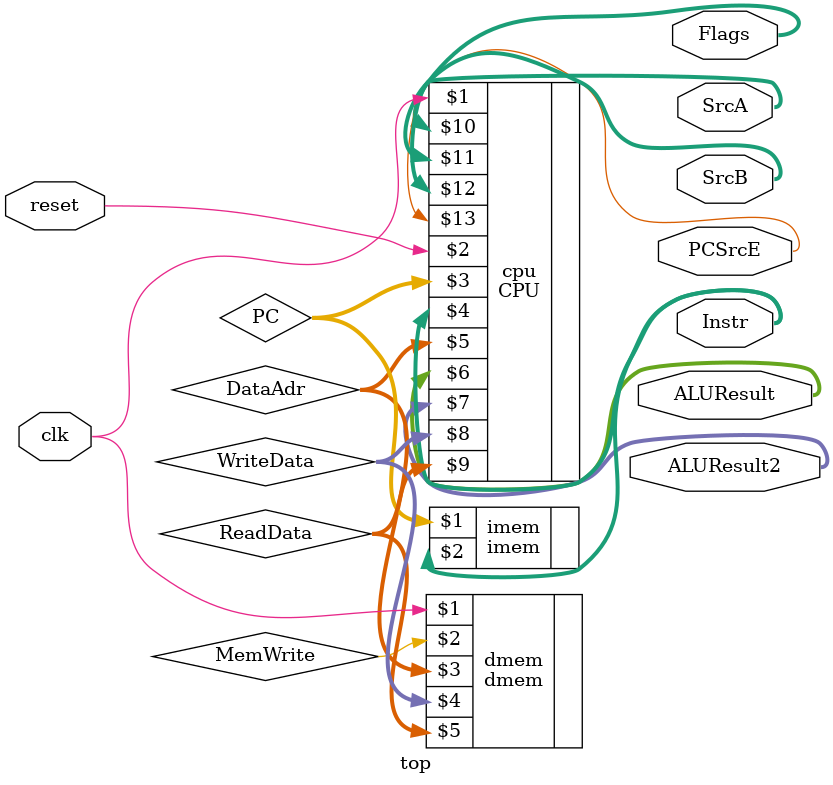
<source format=v>
`timescale 1ns / 1ps

module top(
	 input clk , reset,
	 output [15:0] Instr,
	 output [3:0] Flags,
	 output [7:0] ALUResult,
	 output [7:0] ALUResult2,
	 output [7:0] SrcA, 
	 output [7:0] SrcB,
	 output PCSrcE
	 ); 

	wire [7:0] ReadData;
	wire [7:0] PC; 
	wire [7:0] WriteData;
	wire [7:0] DataAdr;

	//ReadData = Data from memory
	//WriteData = Data from second port of register file
	//Control = ALUControl
	//Flags = ALUFlags

	CPU cpu(clk, reset, PC, Instr, DataAdr, ALUResult, ALUResult2, WriteData, ReadData, Flags, SrcA, SrcB, PCSrcE); 
	imem imem(PC, Instr);
	dmem dmem(clk, MemWrite, DataAdr, WriteData, ReadData);

endmodule

</source>
